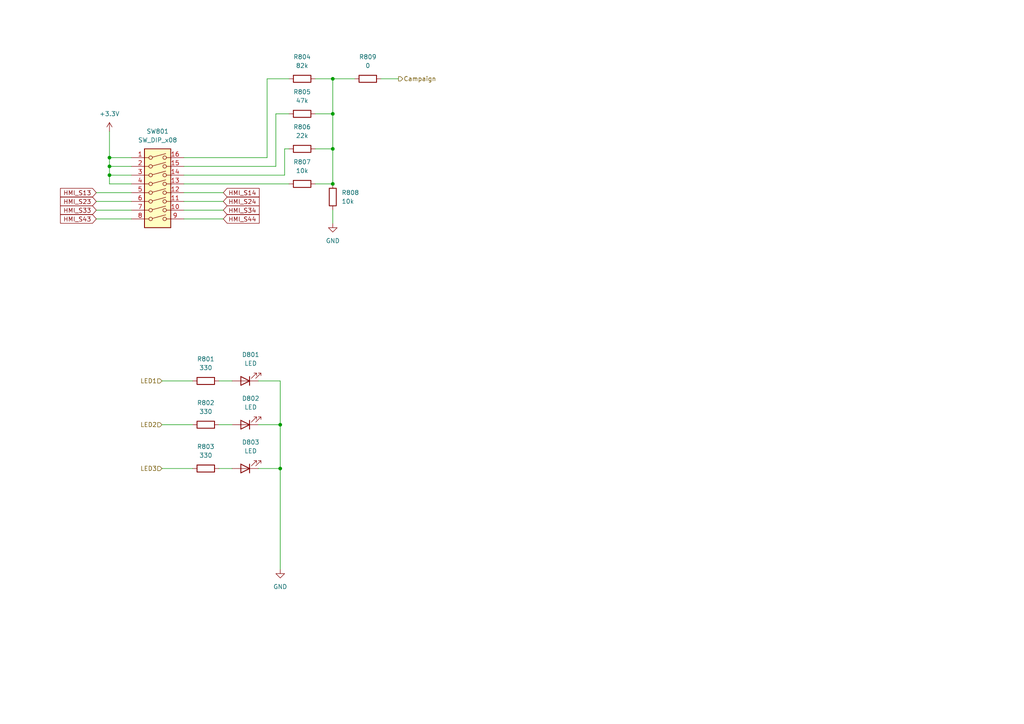
<source format=kicad_sch>
(kicad_sch (version 20231120) (generator "eeschema") (generator_version "8.0")
  (paper "A4")
  (title_block (title "Pouch 2") (date "2024-08-30") (company "Frankfurt University") (comment 2 "Author: Leon Schnieber"))
  (lib_symbols
    (symbol "Device:LED" (pin_numbers hide) (pin_names (offset 1.016) hide)
      (property "Reference" "D" (at 0 2.54 0))
      (property "Value" "LED" (at 0 -2.54 0))
      (symbol "LED_0_1"
        (polyline (pts (xy -1.27 -1.27) (xy -1.27 1.27)) (stroke (width 0.254)))
        (polyline (pts (xy -1.27 0) (xy 1.27 0)))
        (polyline (pts (xy 1.27 -1.27) (xy 1.27 1.27) (xy -1.27 0) (xy 1.27 -1.27)) (stroke (width 0.254)))
        (polyline (pts (xy -3.048 -0.762) (xy -4.572 -2.286) (xy -3.81 -2.286) (xy -4.572 -2.286) (xy -4.572 -1.524)))
        (polyline (pts (xy -1.778 -0.762) (xy -3.302 -2.286) (xy -2.54 -2.286) (xy -3.302 -2.286) (xy -3.302 -1.524)))
      )
      (symbol "LED_1_1"
        (pin passive line (at -3.81 0 0) (length 2.54) (name "K") (number "1"))
        (pin passive line (at 3.81 0 180) (length 2.54) (name "A") (number "2"))
      )
    )
    (symbol "Device:R" (pin_numbers hide) (pin_names (offset 0))
      (property "Reference" "R" (at 2.032 0 90))
      (property "Value" "R" (at 0 0 90))
      (symbol "R_0_1"
        (rectangle (start -1.016 -2.54) (end 1.016 2.54) (stroke (width 0.254)))
      )
      (symbol "R_1_1"
        (pin passive line (at 0 3.81 270) (length 1.27) (name "~") (number "1"))
        (pin passive line (at 0 -3.81 90) (length 1.27) (name "~") (number "2"))
      )
    )
    (symbol "Switch:SW_DIP_x08" (pin_names (offset 0) hide)
      (property "Reference" "SW" (at 0 13.97 0))
      (property "Value" "SW_DIP_x08" (at 0 -11.43 0))
      (symbol "SW_DIP_x08_0_0"
        (circle (center -2.032 -7.62) (radius 0.508))
        (circle (center -2.032 -5.08) (radius 0.508))
        (circle (center -2.032 -2.54) (radius 0.508))
        (circle (center -2.032 0) (radius 0.508))
        (circle (center -2.032 2.54) (radius 0.508))
        (circle (center -2.032 5.08) (radius 0.508))
        (circle (center -2.032 7.62) (radius 0.508))
        (circle (center -2.032 10.16) (radius 0.508))
        (polyline (pts (xy -1.524 -7.4676) (xy 2.3622 -6.4262)))
        (polyline (pts (xy -1.524 -4.9276) (xy 2.3622 -3.8862)))
        (polyline (pts (xy -1.524 -2.3876) (xy 2.3622 -1.3462)))
        (polyline (pts (xy -1.524 0.127) (xy 2.3622 1.1684)))
        (polyline (pts (xy -1.524 2.667) (xy 2.3622 3.7084)))
        (polyline (pts (xy -1.524 5.207) (xy 2.3622 6.2484)))
        (polyline (pts (xy -1.524 7.747) (xy 2.3622 8.7884)))
        (polyline (pts (xy -1.524 10.287) (xy 2.3622 11.3284)))
        (circle (center 2.032 -7.62) (radius 0.508))
        (circle (center 2.032 -5.08) (radius 0.508))
        (circle (center 2.032 -2.54) (radius 0.508))
        (circle (center 2.032 0) (radius 0.508))
        (circle (center 2.032 2.54) (radius 0.508))
        (circle (center 2.032 5.08) (radius 0.508))
        (circle (center 2.032 7.62) (radius 0.508))
        (circle (center 2.032 10.16) (radius 0.508))
      )
      (symbol "SW_DIP_x08_0_1"
        (rectangle (start -3.81 12.7) (end 3.81 -10.16) (stroke (width 0.254)) (fill (type background)))
      )
      (symbol "SW_DIP_x08_1_1"
        (pin passive line (at -7.62 10.16 0) (length 5.08) (name "~") (number "1"))
        (pin passive line (at 7.62 -5.08 180) (length 5.08) (name "~") (number "10"))
        (pin passive line (at 7.62 -2.54 180) (length 5.08) (name "~") (number "11"))
        (pin passive line (at 7.62 0 180) (length 5.08) (name "~") (number "12"))
        (pin passive line (at 7.62 2.54 180) (length 5.08) (name "~") (number "13"))
        (pin passive line (at 7.62 5.08 180) (length 5.08) (name "~") (number "14"))
        (pin passive line (at 7.62 7.62 180) (length 5.08) (name "~") (number "15"))
        (pin passive line (at 7.62 10.16 180) (length 5.08) (name "~") (number "16"))
        (pin passive line (at -7.62 7.62 0) (length 5.08) (name "~") (number "2"))
        (pin passive line (at -7.62 5.08 0) (length 5.08) (name "~") (number "3"))
        (pin passive line (at -7.62 2.54 0) (length 5.08) (name "~") (number "4"))
        (pin passive line (at -7.62 0 0) (length 5.08) (name "~") (number "5"))
        (pin passive line (at -7.62 -2.54 0) (length 5.08) (name "~") (number "6"))
        (pin passive line (at -7.62 -5.08 0) (length 5.08) (name "~") (number "7"))
        (pin passive line (at -7.62 -7.62 0) (length 5.08) (name "~") (number "8"))
        (pin passive line (at 7.62 -7.62 180) (length 5.08) (name "~") (number "9"))
      )
    )
    (symbol "power:+3.3V" (power) (pin_names (offset 0))
      (property "Value" "+3.3V" (at 0 3.556 0))
      (symbol "+3.3V_0_1"
        (polyline (pts (xy -0.762 1.27) (xy 0 2.54)))
        (polyline (pts (xy 0 0) (xy 0 2.54)))
        (polyline (pts (xy 0 2.54) (xy 0.762 1.27)))
      )
      (symbol "+3.3V_1_1"
        (pin power_in line (at 0 0 90) (length 0) hide (name "+3V3") (number "1"))
      )
    )
    (symbol "power:GND" (power) (pin_names (offset 0))
      (property "Value" "GND" (at 0 -3.81 0))
      (symbol "GND_0_1"
        (polyline (pts (xy 0 0) (xy 0 -1.27) (xy 1.27 -1.27) (xy 0 -2.54) (xy -1.27 -1.27) (xy 0 -1.27)))
      )
      (symbol "GND_1_1"
        (pin power_in line (at 0 0 270) (length 0) hide (name "GND") (number "1"))
      )
    )
  )
  (junction (at 96.52 33.02))
  (junction (at 96.52 53.34))
  (junction (at 31.75 48.26))
  (junction (at 31.75 45.72))
  (junction (at 81.28 123.19))
  (junction (at 31.75 50.8))
  (junction (at 81.28 135.89))
  (junction (at 96.52 43.18))
  (junction (at 96.52 22.86))
  (wire (pts (xy 38.1 53.34) (xy 31.75 53.34)))
  (wire (pts (xy 53.34 58.42) (xy 64.77 58.42)))
  (wire (pts (xy 46.99 123.19) (xy 55.88 123.19)))
  (wire (pts (xy 53.34 48.26) (xy 80.01 48.26)))
  (wire (pts (xy 31.75 45.72) (xy 31.75 48.26)))
  (wire (pts (xy 38.1 45.72) (xy 31.75 45.72)))
  (wire (pts (xy 46.99 135.89) (xy 55.88 135.89)))
  (wire (pts (xy 102.87 22.86) (xy 96.52 22.86)))
  (wire (pts (xy 80.01 48.26) (xy 80.01 33.02)))
  (wire (pts (xy 31.75 53.34) (xy 31.75 50.8)))
  (wire (pts (xy 77.47 22.86) (xy 83.82 22.86)))
  (wire (pts (xy 96.52 22.86) (xy 96.52 33.02)))
  (wire (pts (xy 82.55 43.18) (xy 82.55 50.8)))
  (wire (pts (xy 27.94 55.88) (xy 38.1 55.88)))
  (wire (pts (xy 91.44 53.34) (xy 96.52 53.34)))
  (wire (pts (xy 96.52 43.18) (xy 96.52 53.34)))
  (wire (pts (xy 63.5 123.19) (xy 67.31 123.19)))
  (wire (pts (xy 74.93 123.19) (xy 81.28 123.19)))
  (wire (pts (xy 31.75 50.8) (xy 31.75 48.26)))
  (wire (pts (xy 74.93 110.49) (xy 81.28 110.49)))
  (wire (pts (xy 27.94 60.96) (xy 38.1 60.96)))
  (wire (pts (xy 115.57 22.86) (xy 110.49 22.86)))
  (wire (pts (xy 38.1 50.8) (xy 31.75 50.8)))
  (wire (pts (xy 91.44 22.86) (xy 96.52 22.86)))
  (wire (pts (xy 91.44 43.18) (xy 96.52 43.18)))
  (wire (pts (xy 38.1 48.26) (xy 31.75 48.26)))
  (wire (pts (xy 63.5 135.89) (xy 67.31 135.89)))
  (wire (pts (xy 77.47 45.72) (xy 77.47 22.86)))
  (wire (pts (xy 81.28 110.49) (xy 81.28 123.19)))
  (wire (pts (xy 82.55 43.18) (xy 83.82 43.18)))
  (wire (pts (xy 80.01 33.02) (xy 83.82 33.02)))
  (wire (pts (xy 53.34 63.5) (xy 64.77 63.5)))
  (wire (pts (xy 27.94 63.5) (xy 38.1 63.5)))
  (wire (pts (xy 74.93 135.89) (xy 81.28 135.89)))
  (wire (pts (xy 53.34 60.96) (xy 64.77 60.96)))
  (wire (pts (xy 46.99 110.49) (xy 55.88 110.49)))
  (wire (pts (xy 81.28 123.19) (xy 81.28 135.89)))
  (wire (pts (xy 53.34 55.88) (xy 64.77 55.88)))
  (wire (pts (xy 53.34 45.72) (xy 77.47 45.72)))
  (wire (pts (xy 27.94 58.42) (xy 38.1 58.42)))
  (wire (pts (xy 53.34 53.34) (xy 83.82 53.34)))
  (wire (pts (xy 91.44 33.02) (xy 96.52 33.02)))
  (wire (pts (xy 96.52 60.96) (xy 96.52 64.77)))
  (wire (pts (xy 63.5 110.49) (xy 67.31 110.49)))
  (wire (pts (xy 81.28 135.89) (xy 81.28 165.1)))
  (wire (pts (xy 96.52 33.02) (xy 96.52 43.18)))
  (wire (pts (xy 82.55 50.8) (xy 53.34 50.8)))
  (wire (pts (xy 31.75 45.72) (xy 31.75 38.1)))
  (global_label "HMI_S24" (shape input) (at 64.77 58.42 0) (property "Intersheetrefs" "${INTERSHEET_REFS}" (effects (hide yes))))
  (global_label "HMI_S44" (shape input) (at 64.77 63.5 0) (property "Intersheetrefs" "${INTERSHEET_REFS}" (effects (hide yes))))
  (global_label "HMI_S33" (shape input) (at 27.94 60.96 180) (property "Intersheetrefs" "${INTERSHEET_REFS}" (effects (hide yes))))
  (global_label "HMI_S34" (shape input) (at 64.77 60.96 0) (property "Intersheetrefs" "${INTERSHEET_REFS}" (effects (hide yes))))
  (global_label "HMI_S13" (shape input) (at 27.94 55.88 180) (property "Intersheetrefs" "${INTERSHEET_REFS}" (effects (hide yes))))
  (global_label "HMI_S43" (shape input) (at 27.94 63.5 180) (property "Intersheetrefs" "${INTERSHEET_REFS}" (effects (hide yes))))
  (global_label "HMI_S23" (shape input) (at 27.94 58.42 180) (property "Intersheetrefs" "${INTERSHEET_REFS}" (effects (hide yes))))
  (global_label "HMI_S14" (shape input) (at 64.77 55.88 0) (property "Intersheetrefs" "${INTERSHEET_REFS}" (effects (hide yes))))
  (hierarchical_label "Campaign" (shape output) (at 115.57 22.86 0))
  (hierarchical_label "LED3" (shape input) (at 46.99 135.89 180))
  (hierarchical_label "LED1" (shape input) (at 46.99 110.49 180))
  (hierarchical_label "LED2" (shape input) (at 46.99 123.19 180))
  (symbol (lib_id "Device:R") (at 59.69 110.49 90) (unit 1)
    (property "Reference" "R801" (at 59.69 104.14 90))
    (property "Value" "330" (at 59.69 106.68 90))
    (property "Footprint" "Resistor_SMD:R_0805_2012Metric" (effects (hide yes)))
    (property "Description" "Resistor" (effects (hide yes)))
    (property "LCSC" "C17630" (effects (hide yes)))
    (property "MPN_Eurocircuit" "GPR0805330R" (effects (hide yes)))
    (property "OrderStatus" "assembly" (effects (hide yes)))
  )
  (symbol (lib_id "power:GND") (at 96.52 64.77 0) (unit 1)
    (property "Reference" "#PWR0803" (effects (hide yes)))
    (property "Value" "GND" (at 96.52 69.85 0))
    (property "Description" "Power symbol creates a global label with name \"GND\" , ground" (effects (hide yes)))
  )
  (symbol (lib_id "Device:R") (at 87.63 22.86 90) (unit 1)
    (property "Reference" "R804" (at 87.63 16.51 90))
    (property "Value" "82k" (at 87.63 19.05 90))
    (property "Footprint" "Resistor_SMD:R_0805_2012Metric" (effects (hide yes)))
    (property "Description" "Resistor" (effects (hide yes)))
    (property "LCSC" "C17840" (effects (hide yes)))
    (property "MPN_Eurocircuit" "GPR080582K" (effects (hide yes)))
    (property "OrderStatus" "assembly" (effects (hide yes)))
  )
  (symbol (lib_id "Device:R") (at 87.63 53.34 90) (unit 1)
    (property "Reference" "R807" (at 87.63 46.99 90))
    (property "Value" "10k" (at 87.63 49.53 90))
    (property "Footprint" "Resistor_SMD:R_0805_2012Metric" (effects (hide yes)))
    (property "Description" "Resistor" (effects (hide yes)))
    (property "LCSC" "C17414" (effects (hide yes)))
    (property "MPN_Eurocircuit" "GPR080510K" (effects (hide yes)))
    (property "OrderStatus" "assembly" (effects (hide yes)))
  )
  (symbol (lib_id "Device:LED") (at 71.12 123.19 180) (unit 1)
    (property "Reference" "D802" (at 72.7075 115.57 0))
    (property "Value" "LED" (at 72.7075 118.11 0))
    (property "Footprint" "LED_THT:LED_D5.0mm" (effects (hide yes)))
    (property "Description" "Light emitting diode" (effects (hide yes)))
    (property "OrderStatus" "order" (effects (hide yes)))
  )
  (symbol (lib_id "power:+3.3V") (at 31.75 38.1 0) (unit 1)
    (property "Reference" "#PWR0801" (effects (hide yes)))
    (property "Value" "+3.3V" (at 31.75 33.02 0))
    (property "Description" "Power symbol creates a global label with name \"+3.3V\"" (effects (hide yes)))
  )
  (symbol (lib_id "Device:LED") (at 71.12 135.89 180) (unit 1)
    (property "Reference" "D803" (at 72.7075 128.27 0))
    (property "Value" "LED" (at 72.7075 130.81 0))
    (property "Footprint" "LED_THT:LED_D5.0mm" (effects (hide yes)))
    (property "Description" "Light emitting diode" (effects (hide yes)))
    (property "OrderStatus" "order" (effects (hide yes)))
  )
  (symbol (lib_id "Device:R") (at 87.63 33.02 90) (unit 1)
    (property "Reference" "R805" (at 87.63 26.67 90))
    (property "Value" "47k" (at 87.63 29.21 90))
    (property "Footprint" "Resistor_SMD:R_0805_2012Metric" (effects (hide yes)))
    (property "Description" "Resistor" (effects (hide yes)))
    (property "LCSC" "C17713" (effects (hide yes)))
    (property "MPN_Eurocircuit" "GPR080547K" (effects (hide yes)))
    (property "OrderStatus" "assembly" (effects (hide yes)))
  )
  (symbol (lib_id "Device:R") (at 87.63 43.18 90) (unit 1)
    (property "Reference" "R806" (at 87.63 36.83 90))
    (property "Value" "22k" (at 87.63 39.37 90))
    (property "Footprint" "Resistor_SMD:R_0805_2012Metric" (effects (hide yes)))
    (property "Description" "Resistor" (effects (hide yes)))
    (property "LCSC" "C17560" (effects (hide yes)))
    (property "MPN_Eurocircuit" "GPR080522K" (effects (hide yes)))
    (property "OrderStatus" "assembly" (effects (hide yes)))
  )
  (symbol (lib_id "Device:R") (at 106.68 22.86 90) (unit 1)
    (property "Reference" "R809" (at 106.68 16.51 90))
    (property "Value" "0" (at 106.68 19.05 90))
    (property "Footprint" "Resistor_SMD:R_0805_2012Metric" (effects (hide yes)))
    (property "Description" "Resistor" (effects (hide yes)))
    (property "LCSC" "C17477" (effects (hide yes)))
    (property "MPN_Eurocircuit" "GPR08050R" (effects (hide yes)))
    (property "OrderStatus" "assembly" (effects (hide yes)))
  )
  (symbol (lib_id "Device:LED") (at 71.12 110.49 180) (unit 1)
    (property "Reference" "D801" (at 72.7075 102.87 0))
    (property "Value" "LED" (at 72.7075 105.41 0))
    (property "Footprint" "LED_THT:LED_D5.0mm" (effects (hide yes)))
    (property "Description" "Light emitting diode" (effects (hide yes)))
    (property "OrderStatus" "order" (effects (hide yes)))
  )
  (symbol (lib_id "Device:R") (at 59.69 135.89 90) (unit 1)
    (property "Reference" "R803" (at 59.69 129.54 90))
    (property "Value" "330" (at 59.69 132.08 90))
    (property "Footprint" "Resistor_SMD:R_0805_2012Metric" (effects (hide yes)))
    (property "Description" "Resistor" (effects (hide yes)))
    (property "LCSC" "C17630" (effects (hide yes)))
    (property "MPN_Eurocircuit" "GPR0805330R" (effects (hide yes)))
    (property "OrderStatus" "assembly" (effects (hide yes)))
  )
  (symbol (lib_id "Switch:SW_DIP_x08") (at 45.72 55.88 0) (unit 1)
    (property "Reference" "SW801" (at 45.72 38.1 0))
    (property "Value" "SW_DIP_x08" (at 45.72 40.64 0))
    (property "Footprint" "Button_Switch_THT:SW_DIP_SPSTx08_Slide_9.78x22.5mm_W7.62mm_P2.54mm" (effects (hide yes)))
    (property "Description" "8x DIP Switch, Single Pole Single Throw (SPST) switch, small symbol" (effects (hide yes)))
    (property "OrderStatus" "manual" (effects (hide yes)))
  )
  (symbol (lib_id "Device:R") (at 96.52 57.15 0) (unit 1)
    (property "Reference" "R808" (at 99.06 55.8799 0) (effects (justify left)))
    (property "Value" "10k" (at 99.06 58.4199 0) (effects (justify left)))
    (property "Footprint" "Resistor_SMD:R_0805_2012Metric" (effects (hide yes)))
    (property "Description" "Resistor" (effects (hide yes)))
    (property "LCSC" "C17414" (effects (hide yes)))
    (property "MPN_Eurocircuit" "GPR080510K" (effects (hide yes)))
    (property "OrderStatus" "assembly" (effects (hide yes)))
  )
  (symbol (lib_id "Device:R") (at 59.69 123.19 90) (unit 1)
    (property "Reference" "R802" (at 59.69 116.84 90))
    (property "Value" "330" (at 59.69 119.38 90))
    (property "Footprint" "Resistor_SMD:R_0805_2012Metric" (effects (hide yes)))
    (property "Description" "Resistor" (effects (hide yes)))
    (property "LCSC" "C17630" (effects (hide yes)))
    (property "MPN_Eurocircuit" "GPR0805330R" (effects (hide yes)))
    (property "OrderStatus" "assembly" (effects (hide yes)))
  )
  (symbol (lib_id "power:GND") (at 81.28 165.1 0) (unit 1)
    (property "Reference" "#PWR0802" (effects (hide yes)))
    (property "Value" "GND" (at 81.28 170.18 0))
    (property "Description" "Power symbol creates a global label with name \"GND\" , ground" (effects (hide yes)))
  )
)
</source>
